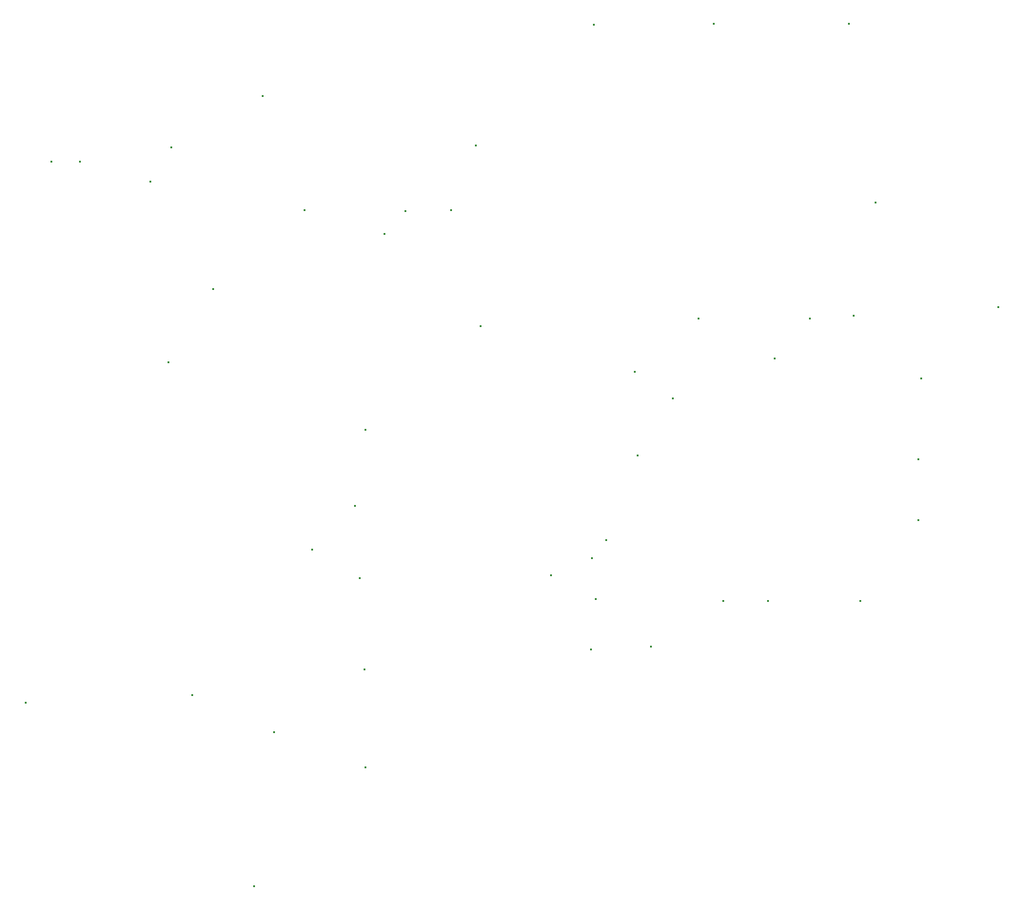
<source format=gbr>
%TF.GenerationSoftware,KiCad,Pcbnew,7.0.7*%
%TF.CreationDate,2024-06-01T18:58:22-04:00*%
%TF.ProjectId,Payload,5061796c-6f61-4642-9e6b-696361645f70,rev?*%
%TF.SameCoordinates,Original*%
%TF.FileFunction,Plated,1,3,Blind,Drill*%
%TF.FilePolarity,Positive*%
%FSLAX46Y46*%
G04 Gerber Fmt 4.6, Leading zero omitted, Abs format (unit mm)*
G04 Created by KiCad (PCBNEW 7.0.7) date 2024-06-01 18:58:22*
%MOMM*%
%LPD*%
G01*
G04 APERTURE LIST*
%TA.AperFunction,ViaDrill*%
%ADD10C,0.300000*%
%TD*%
G04 APERTURE END LIST*
D10*
X73400000Y-102200000D03*
X75692000Y-54102000D03*
X78232000Y-54102000D03*
X84428500Y-55832500D03*
X86029800Y-71907400D03*
X86360000Y-52832000D03*
X88200000Y-101600000D03*
X90068400Y-65405000D03*
X93649800Y-118618000D03*
X94488000Y-48260000D03*
X95478600Y-104876600D03*
X98196400Y-58420000D03*
X98882200Y-88595200D03*
X102692200Y-84683600D03*
X103047800Y-91135200D03*
X103530400Y-99288600D03*
X103600000Y-108000000D03*
X103632000Y-77952600D03*
X105283000Y-60502800D03*
X107111800Y-58470800D03*
X111175800Y-58420000D03*
X113436400Y-52603400D03*
X113868200Y-68732400D03*
X120142000Y-90862150D03*
X123647200Y-97536000D03*
X123723400Y-89408000D03*
X123952000Y-41910000D03*
X124104400Y-93014800D03*
X125044200Y-87731600D03*
X127533400Y-72796400D03*
X127800000Y-80200000D03*
X128981200Y-97282000D03*
X130911600Y-75158600D03*
X133200000Y-68000000D03*
X134620000Y-41757600D03*
X135400000Y-93200000D03*
X139400000Y-93200000D03*
X140004800Y-71602600D03*
X143103600Y-68046600D03*
X146583400Y-41808400D03*
X147000000Y-67800000D03*
X147600000Y-93200000D03*
X148996400Y-57683400D03*
X152800000Y-80600000D03*
X152800000Y-86000000D03*
X153000000Y-73400000D03*
X159867600Y-66979800D03*
M02*

</source>
